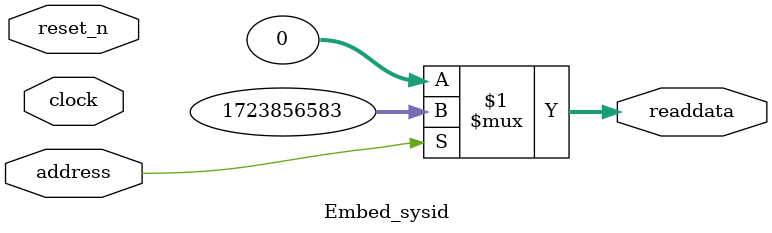
<source format=v>



// synthesis translate_off
`timescale 1ns / 1ps
// synthesis translate_on

// turn off superfluous verilog processor warnings 
// altera message_level Level1 
// altera message_off 10034 10035 10036 10037 10230 10240 10030 

module Embed_sysid (
               // inputs:
                address,
                clock,
                reset_n,

               // outputs:
                readdata
             )
;

  output  [ 31: 0] readdata;
  input            address;
  input            clock;
  input            reset_n;

  wire    [ 31: 0] readdata;
  //control_slave, which is an e_avalon_slave
  assign readdata = address ? 1723856583 : 0;

endmodule



</source>
